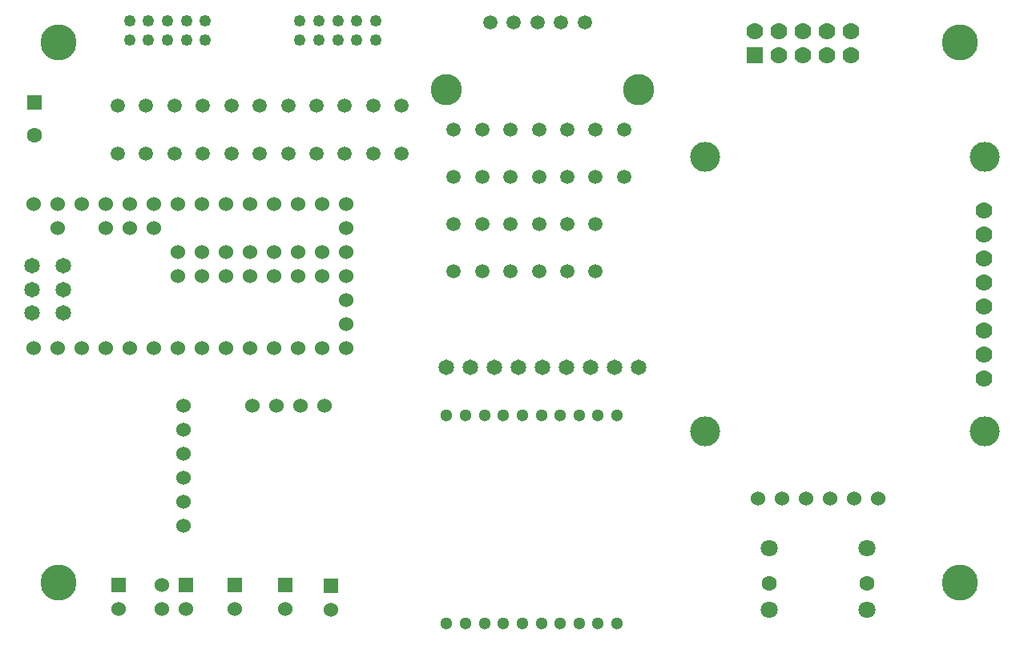
<source format=gbs>
G04 (created by PCBNEW (2013-jul-07)-stable) date Tue 28 Apr 2015 09:29:23 AM PDT*
%MOIN*%
G04 Gerber Fmt 3.4, Leading zero omitted, Abs format*
%FSLAX34Y34*%
G01*
G70*
G90*
G04 APERTURE LIST*
%ADD10C,0.00590551*%
%ADD11C,0.0511811*%
%ADD12C,0.06*%
%ADD13R,0.06X0.06*%
%ADD14C,0.0629921*%
%ADD15C,0.0708661*%
%ADD16C,0.065*%
%ADD17C,0.13*%
%ADD18C,0.07*%
%ADD19C,0.125*%
%ADD20R,0.063X0.063*%
%ADD21C,0.063*%
%ADD22R,0.07X0.07*%
%ADD23C,0.0590551*%
%ADD24C,0.0492126*%
%ADD25C,0.15*%
G04 APERTURE END LIST*
G54D10*
G54D11*
X35728Y-28051D03*
X34940Y-28051D03*
X34153Y-28051D03*
X33366Y-28051D03*
X32578Y-28051D03*
X31791Y-28051D03*
X31003Y-28051D03*
X30216Y-28051D03*
X29429Y-28051D03*
X28641Y-28051D03*
X28641Y-36712D03*
X29429Y-36712D03*
X30216Y-36712D03*
X31003Y-36712D03*
X31791Y-36712D03*
X32578Y-36712D03*
X33366Y-36712D03*
X34153Y-36712D03*
X34940Y-36712D03*
X35728Y-36712D03*
G54D12*
X41594Y-31496D03*
X42594Y-31496D03*
X43594Y-31496D03*
X44594Y-31496D03*
X45594Y-31496D03*
X46594Y-31496D03*
X20550Y-27650D03*
X21550Y-27650D03*
X22550Y-27650D03*
X23550Y-27650D03*
G54D13*
X17807Y-35100D03*
G54D12*
X17807Y-36100D03*
X16807Y-35100D03*
X16807Y-36100D03*
G54D13*
X21920Y-35100D03*
G54D12*
X21920Y-36100D03*
G54D13*
X23818Y-35129D03*
G54D12*
X23818Y-36129D03*
G54D13*
X19815Y-35100D03*
G54D12*
X19815Y-36100D03*
X17700Y-27650D03*
X17700Y-28650D03*
X17700Y-29650D03*
X17700Y-30650D03*
X17700Y-31650D03*
X17700Y-32650D03*
G54D14*
X42066Y-35039D03*
X46122Y-35039D03*
G54D15*
X42066Y-33582D03*
X42070Y-36141D03*
X46122Y-33582D03*
X46122Y-36141D03*
G54D16*
X12700Y-23780D03*
X12700Y-22800D03*
X12700Y-21820D03*
X11400Y-21820D03*
X11400Y-22800D03*
X11400Y-23780D03*
X28618Y-26043D03*
X29618Y-26043D03*
X30618Y-26043D03*
X31618Y-26043D03*
X32618Y-26043D03*
X33618Y-26043D03*
X34618Y-26043D03*
X35618Y-26043D03*
G54D17*
X28618Y-14483D03*
X36618Y-14483D03*
G54D16*
X36618Y-26043D03*
G54D18*
X51000Y-19500D03*
X51000Y-20500D03*
X51000Y-21500D03*
X51000Y-22500D03*
X51000Y-23500D03*
X51000Y-24500D03*
X51000Y-25500D03*
X51000Y-26500D03*
G54D19*
X51030Y-17290D03*
X51030Y-28710D03*
X39410Y-17290D03*
X39410Y-28710D03*
G54D20*
X11500Y-15011D03*
G54D21*
X11500Y-16389D03*
G54D13*
X15000Y-35100D03*
G54D12*
X15000Y-36100D03*
G54D22*
X41450Y-13050D03*
G54D18*
X41450Y-12050D03*
X42450Y-13050D03*
X42450Y-12050D03*
X43450Y-13050D03*
X43450Y-12050D03*
X44450Y-13050D03*
X44450Y-12050D03*
X45450Y-13050D03*
X45450Y-12050D03*
G54D12*
X11450Y-25250D03*
X12450Y-25250D03*
X13450Y-25250D03*
X14450Y-25250D03*
X15450Y-25250D03*
X16450Y-25250D03*
X17450Y-25250D03*
X18450Y-25250D03*
X19450Y-25250D03*
X20450Y-25250D03*
X21450Y-25250D03*
X22450Y-25250D03*
X23450Y-25250D03*
X24450Y-25250D03*
X24450Y-24250D03*
X24450Y-23250D03*
X24450Y-22250D03*
X24450Y-21250D03*
X24450Y-20250D03*
X24450Y-19250D03*
X23450Y-19250D03*
X22450Y-19250D03*
X21450Y-19250D03*
X20450Y-19250D03*
X19450Y-19250D03*
X18450Y-19250D03*
X17450Y-19250D03*
X16450Y-19250D03*
X15450Y-19250D03*
X14450Y-19250D03*
X13450Y-19250D03*
X12450Y-19250D03*
X11450Y-19250D03*
X17450Y-22250D03*
X18450Y-22250D03*
X19450Y-22250D03*
X20450Y-22250D03*
X21450Y-22250D03*
X22450Y-22250D03*
X23450Y-22250D03*
X23450Y-21250D03*
X22450Y-21250D03*
X21450Y-21250D03*
X20450Y-21250D03*
X19450Y-21250D03*
X18450Y-21250D03*
X17450Y-21250D03*
X16450Y-20250D03*
X15450Y-20250D03*
X14450Y-20250D03*
X12450Y-20250D03*
G54D23*
X16141Y-15157D03*
X16141Y-17125D03*
X17322Y-15157D03*
X17322Y-17125D03*
X18503Y-15157D03*
X18503Y-17125D03*
X19685Y-15157D03*
X19685Y-17125D03*
X20866Y-15157D03*
X20866Y-17125D03*
X22047Y-15157D03*
X22047Y-17125D03*
X23228Y-15157D03*
X23228Y-17125D03*
X24409Y-15157D03*
X24409Y-17125D03*
X25590Y-15157D03*
X25590Y-17125D03*
X26771Y-15157D03*
X26771Y-17125D03*
X28937Y-16141D03*
X28937Y-18110D03*
X14960Y-15157D03*
X14960Y-17125D03*
X31299Y-16141D03*
X31299Y-18110D03*
X32480Y-16141D03*
X32480Y-18110D03*
X33661Y-16141D03*
X33661Y-18110D03*
X34842Y-16141D03*
X34842Y-18110D03*
X36023Y-16141D03*
X36023Y-18110D03*
X28937Y-20078D03*
X28937Y-22047D03*
X30118Y-20078D03*
X30118Y-22047D03*
X31299Y-20078D03*
X31299Y-22047D03*
X32480Y-20078D03*
X32480Y-22047D03*
X33661Y-20078D03*
X33661Y-22047D03*
X34842Y-20078D03*
X34842Y-22047D03*
X30118Y-16141D03*
X30118Y-18110D03*
G54D24*
X22539Y-12401D03*
X22539Y-11614D03*
X23326Y-12401D03*
X23326Y-11614D03*
X24114Y-12401D03*
X24114Y-11614D03*
X24901Y-12401D03*
X24901Y-11614D03*
X25688Y-12401D03*
X25688Y-11614D03*
X15452Y-12401D03*
X15452Y-11614D03*
X16240Y-12401D03*
X16240Y-11614D03*
X17027Y-12401D03*
X17027Y-11614D03*
X17814Y-12401D03*
X17814Y-11614D03*
X18602Y-12401D03*
X18602Y-11614D03*
G54D23*
X30452Y-11673D03*
X31437Y-11673D03*
X32421Y-11673D03*
X33405Y-11673D03*
X34389Y-11673D03*
G54D25*
X12500Y-12500D03*
X12500Y-35000D03*
X50000Y-12500D03*
X50000Y-35000D03*
M02*

</source>
